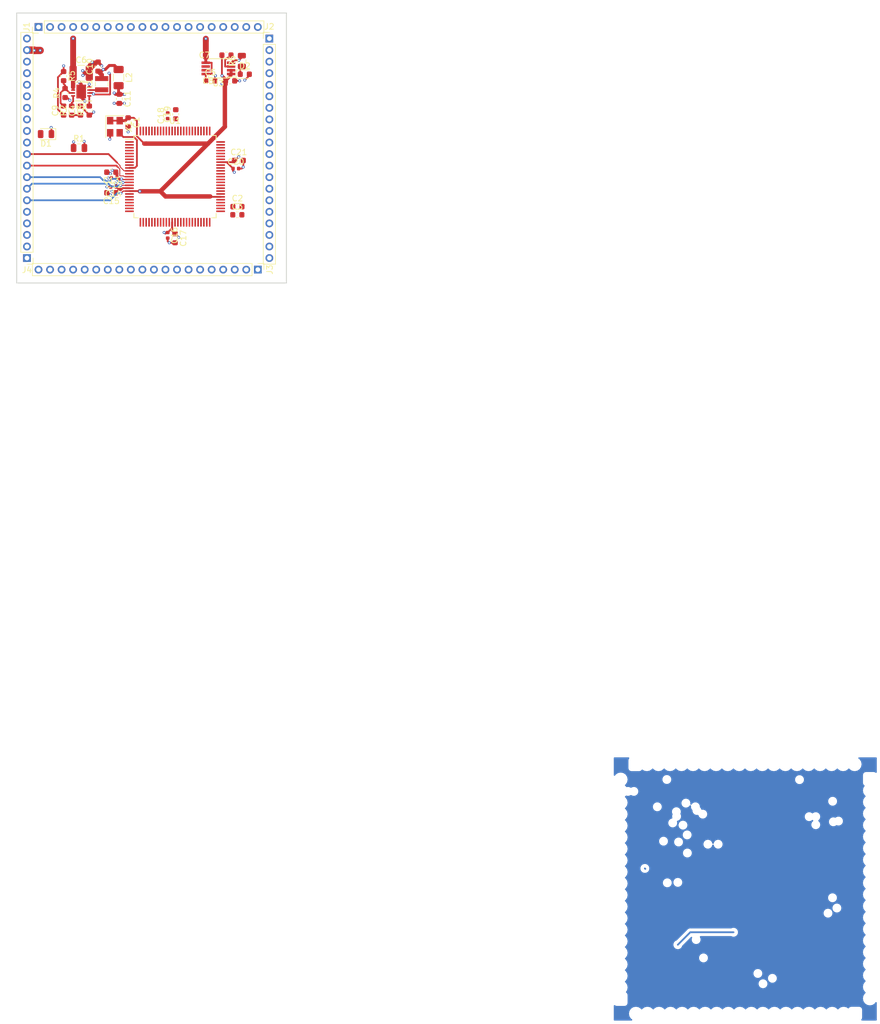
<source format=kicad_pcb>
(kicad_pcb (version 20171130) (host pcbnew 5.0.2-bee76a0~70~ubuntu18.04.1)
  (layers (0 F.Cu signal) (1 In1.Cu signal) (2 In2.Cu signal) (31 B.Cu signal) (35 F.Paste user) (37 F.SilkS user hide) (38 B.Mask user) (39 F.Mask user) (44 Edge.Cuts user))
  (net 0 "")
  (net 1 GND)
  (net 2 "Net-(C4-Pad1)")
  (net 3 "Net-(C10-Pad1)")
  (net 4 "Net-(C9-Pad2)")
  (net 5 "Net-(D1-Pad1)")
  (net 6 "Net-(D1-Pad2)")
  (net 7 "Net-(D2-Pad1)")
  (net 8 VCCIB3)
  (net 9 "Net-(J1-Pad1)")
  (net 10 "Net-(J1-Pad2)")
  (net 11 "Net-(J1-Pad3)")
  (net 12 "Net-(J1-Pad4)")
  (net 13 "Net-(J1-Pad5)")
  (net 14 "Net-(J1-Pad6)")
  (net 15 "Net-(J1-Pad7)")
  (net 16 "Net-(J1-Pad8)")
  (net 17 "Net-(J1-Pad9)")
  (net 18 "Net-(J1-Pad10)")
  (net 19 "Net-(J1-Pad11)")
  (net 20 "Net-(J1-Pad12)")
  (net 21 "Net-(J1-Pad13)")
  (net 22 "Net-(J1-Pad14)")
  (net 23 "Net-(J1-Pad15)")
  (net 24 "Net-(J1-Pad16)")
  (net 25 "Net-(J1-Pad17)")
  (net 26 "Net-(J1-Pad18)")
  (net 27 "Net-(J1-Pad19)")
  (net 28 "Net-(J1-Pad20)")
  (net 29 TMS)
  (net 30 VPUMP)
  (net 31 TDO)
  (net 32 TRST)
  (net 33 "Net-(J2-Pad15)")
  (net 34 "Net-(J2-Pad14)")
  (net 35 "Net-(J2-Pad13)")
  (net 36 "Net-(J2-Pad12)")
  (net 37 "Net-(J2-Pad11)")
  (net 38 "Net-(J2-Pad10)")
  (net 39 "Net-(J2-Pad9)")
  (net 40 "Net-(J2-Pad8)")
  (net 41 "Net-(J2-Pad7)")
  (net 42 "Net-(J2-Pad6)")
  (net 43 "Net-(J2-Pad5)")
  (net 44 "Net-(J2-Pad4)")
  (net 45 "Net-(J2-Pad3)")
  (net 46 "Net-(J2-Pad2)")
  (net 47 "Net-(J2-Pad1)")
  (net 48 TDI)
  (net 49 TCK)
  (net 50 "Net-(J3-Pad3)")
  (net 51 "Net-(J3-Pad4)")
  (net 52 "Net-(J3-Pad5)")
  (net 53 "Net-(J3-Pad6)")
  (net 54 "Net-(J3-Pad7)")
  (net 55 "Net-(J3-Pad8)")
  (net 56 "Net-(J3-Pad9)")
  (net 57 "Net-(J3-Pad10)")
  (net 58 "Net-(J3-Pad11)")
  (net 59 "Net-(J3-Pad12)")
  (net 60 "Net-(J3-Pad13)")
  (net 61 "Net-(J3-Pad14)")
  (net 62 "Net-(J3-Pad15)")
  (net 63 "Net-(J3-Pad16)")
  (net 64 "Net-(J3-Pad17)")
  (net 65 "Net-(J3-Pad18)")
  (net 66 "Net-(J3-Pad19)")
  (net 67 "Net-(J3-Pad20)")
  (net 68 +5V)
  (net 69 "Net-(J4-Pad18)")
  (net 70 GAA_IO00RSB0)
  (net 71 "Net-(J4-Pad16)")
  (net 72 "Net-(J4-Pad15)")
  (net 73 "Net-(J4-Pad14)")
  (net 74 "Net-(J4-Pad13)")
  (net 75 "Net-(J4-Pad11)")
  (net 76 "Net-(J4-Pad10)")
  (net 77 "Net-(J4-Pad9)")
  (net 78 "Net-(J4-Pad8)")
  (net 79 "Net-(J4-Pad7)")
  (net 80 "Net-(J4-Pad5)")
  (net 81 "Net-(J4-Pad4)")
  (net 82 "Net-(J4-Pad3)")
  (net 83 "Net-(J4-Pad2)")
  (net 84 "Net-(J4-Pad1)")
  (net 85 "Net-(L1-Pad1)")
  (net 86 "Net-(C11-Pad1)")
  (net 87 "Net-(R2-Pad2)")
  (net 88 "Net-(R3-Pad2)")
  (net 89 "Net-(C7-Pad2)")
  (net 90 "Net-(U3-Pad6)")
  (net 91 "Net-(U3-Pad7)")
  (net 92 "Net-(U1-Pad3)")
  (net 93 "Net-(U1-Pad53)")
  (module Capacitor_SMD:C_0603_1608Metric (layer F.Cu) (at 9.271 -25.527 90)
    (fp_text reference C4 (at 0 -1.43 90) (layer F.SilkS))
    (fp_text value 680pF)
    (pad 2 smd roundrect (at 0.7875 0 90) (size 0.875 0.95) (layers F.Cu F.Paste F.Mask) (net 1 GND))
    (pad 1 smd roundrect (at -0.7875 0 90) (size 0.875 0.95) (layers F.Cu F.Paste F.Mask) (net 2 "Net-(C4-Pad1)"))
  )
  (module Capacitor_SMD:C_0603_1608Metric (layer F.Cu) (at 6.35 -25.527 90)
    (fp_text reference C9 (at 0 -1.43 90) (layer F.SilkS))
    (fp_text value 22pF)
    (pad 1 smd roundrect (at -0.7875 0 90) (size 0.875 0.95) (layers F.Cu F.Paste F.Mask) (net 3 "Net-(C10-Pad1)"))
    (pad 2 smd roundrect (at 0.7875 0 90) (size 0.875 0.95) (layers F.Cu F.Paste F.Mask) (net 4 "Net-(C9-Pad2)"))
  )
  (module LED_SMD:LED_0805_2012Metric (layer F.Cu) (at 3.302 -21.463 180)
    (fp_text reference D1 (at 0 -1.65 180) (layer F.SilkS))
    (fp_text value LED_ALT)
    (pad 1 smd roundrect (at -0.9375 0 180) (size 0.975 1.4) (layers F.Cu F.Paste F.Mask) (net 5 "Net-(D1-Pad1)"))
    (pad 2 smd roundrect (at 0.9375 0 180) (size 0.975 1.4) (layers F.Cu F.Paste F.Mask) (net 6 "Net-(D1-Pad2)"))
  )
  (module LED_SMD:LED_0603_1608Metric (layer F.Cu) (at 37.741696 -31.820751)
    (fp_text reference D2 (at 0 -1.43) (layer F.SilkS))
    (fp_text value LED_ALT)
    (pad 1 smd roundrect (at -0.7875 0) (size 0.875 0.95) (layers F.Cu F.Paste F.Mask) (net 7 "Net-(D2-Pad1)"))
    (pad 2 smd roundrect (at 0.7875 0) (size 0.875 0.95) (layers F.Cu F.Paste F.Mask) (net 8 VCCIB3))
  )
  (module Connector_PinHeader_2.00mm:PinHeader_1x20_P2.00mm_Vertical (layer F.Cu) (at 2 -40 90)
    (fp_text reference J1 (at 0 -2.06 90) (layer F.SilkS))
    (fp_text value Conn_01x20)
    (pad 1 thru_hole rect (at 0 0 90) (size 1.35 1.35) (drill 0.8) (layers *.Cu *.Mask) (net 9 "Net-(J1-Pad1)"))
    (pad 2 thru_hole oval (at 0 2 90) (size 1.35 1.35) (drill 0.8) (layers *.Cu *.Mask) (net 10 "Net-(J1-Pad2)"))
    (pad 3 thru_hole oval (at 0 4 90) (size 1.35 1.35) (drill 0.8) (layers *.Cu *.Mask) (net 11 "Net-(J1-Pad3)"))
    (pad 4 thru_hole oval (at 0 6 90) (size 1.35 1.35) (drill 0.8) (layers *.Cu *.Mask) (net 12 "Net-(J1-Pad4)"))
    (pad 5 thru_hole oval (at 0 8 90) (size 1.35 1.35) (drill 0.8) (layers *.Cu *.Mask) (net 13 "Net-(J1-Pad5)"))
    (pad 6 thru_hole oval (at 0 10 90) (size 1.35 1.35) (drill 0.8) (layers *.Cu *.Mask) (net 14 "Net-(J1-Pad6)"))
    (pad 7 thru_hole oval (at 0 12 90) (size 1.35 1.35) (drill 0.8) (layers *.Cu *.Mask) (net 15 "Net-(J1-Pad7)"))
    (pad 8 thru_hole oval (at 0 14 90) (size 1.35 1.35) (drill 0.8) (layers *.Cu *.Mask) (net 16 "Net-(J1-Pad8)"))
    (pad 9 thru_hole oval (at 0 16 90) (size 1.35 1.35) (drill 0.8) (layers *.Cu *.Mask) (net 17 "Net-(J1-Pad9)"))
    (pad 10 thru_hole oval (at 0 18 90) (size 1.35 1.35) (drill 0.8) (layers *.Cu *.Mask) (net 18 "Net-(J1-Pad10)"))
    (pad 11 thru_hole oval (at 0 20 90) (size 1.35 1.35) (drill 0.8) (layers *.Cu *.Mask) (net 19 "Net-(J1-Pad11)"))
    (pad 12 thru_hole oval (at 0 22 90) (size 1.35 1.35) (drill 0.8) (layers *.Cu *.Mask) (net 20 "Net-(J1-Pad12)"))
    (pad 13 thru_hole oval (at 0 24 90) (size 1.35 1.35) (drill 0.8) (layers *.Cu *.Mask) (net 21 "Net-(J1-Pad13)"))
    (pad 14 thru_hole oval (at 0 26 90) (size 1.35 1.35) (drill 0.8) (layers *.Cu *.Mask) (net 22 "Net-(J1-Pad14)"))
    (pad 15 thru_hole oval (at 0 28 90) (size 1.35 1.35) (drill 0.8) (layers *.Cu *.Mask) (net 23 "Net-(J1-Pad15)"))
    (pad 16 thru_hole oval (at 0 30 90) (size 1.35 1.35) (drill 0.8) (layers *.Cu *.Mask) (net 24 "Net-(J1-Pad16)"))
    (pad 17 thru_hole oval (at 0 32 90) (size 1.35 1.35) (drill 0.8) (layers *.Cu *.Mask) (net 25 "Net-(J1-Pad17)"))
    (pad 18 thru_hole oval (at 0 34 90) (size 1.35 1.35) (drill 0.8) (layers *.Cu *.Mask) (net 26 "Net-(J1-Pad18)"))
    (pad 19 thru_hole oval (at 0 36 90) (size 1.35 1.35) (drill 0.8) (layers *.Cu *.Mask) (net 27 "Net-(J1-Pad19)"))
    (pad 20 thru_hole oval (at 0 38 90) (size 1.35 1.35) (drill 0.8) (layers *.Cu *.Mask) (net 28 "Net-(J1-Pad20)"))
  )
  (module Connector_PinHeader_2.00mm:PinHeader_1x20_P2.00mm_Vertical (layer F.Cu) (at 42 -38)
    (fp_text reference J2 (at 0 -2.06) (layer F.SilkS))
    (fp_text value Conn_01x20)
    (pad 20 thru_hole oval (at 0 38) (size 1.35 1.35) (drill 0.8) (layers *.Cu *.Mask) (net 29 TMS))
    (pad 19 thru_hole oval (at 0 36) (size 1.35 1.35) (drill 0.8) (layers *.Cu *.Mask) (net 30 VPUMP))
    (pad 18 thru_hole oval (at 0 34) (size 1.35 1.35) (drill 0.8) (layers *.Cu *.Mask) (net 31 TDO))
    (pad 17 thru_hole oval (at 0 32) (size 1.35 1.35) (drill 0.8) (layers *.Cu *.Mask) (net 32 TRST))
    (pad 16 thru_hole oval (at 0 30) (size 1.35 1.35) (drill 0.8) (layers *.Cu *.Mask) (net 8 VCCIB3))
    (pad 15 thru_hole oval (at 0 28) (size 1.35 1.35) (drill 0.8) (layers *.Cu *.Mask) (net 33 "Net-(J2-Pad15)"))
    (pad 14 thru_hole oval (at 0 26) (size 1.35 1.35) (drill 0.8) (layers *.Cu *.Mask) (net 34 "Net-(J2-Pad14)"))
    (pad 13 thru_hole oval (at 0 24) (size 1.35 1.35) (drill 0.8) (layers *.Cu *.Mask) (net 35 "Net-(J2-Pad13)"))
    (pad 12 thru_hole oval (at 0 22) (size 1.35 1.35) (drill 0.8) (layers *.Cu *.Mask) (net 36 "Net-(J2-Pad12)"))
    (pad 11 thru_hole oval (at 0 20) (size 1.35 1.35) (drill 0.8) (layers *.Cu *.Mask) (net 37 "Net-(J2-Pad11)"))
    (pad 10 thru_hole oval (at 0 18) (size 1.35 1.35) (drill 0.8) (layers *.Cu *.Mask) (net 38 "Net-(J2-Pad10)"))
    (pad 9 thru_hole oval (at 0 16) (size 1.35 1.35) (drill 0.8) (layers *.Cu *.Mask) (net 39 "Net-(J2-Pad9)"))
    (pad 8 thru_hole oval (at 0 14) (size 1.35 1.35) (drill 0.8) (layers *.Cu *.Mask) (net 40 "Net-(J2-Pad8)"))
    (pad 7 thru_hole oval (at 0 12) (size 1.35 1.35) (drill 0.8) (layers *.Cu *.Mask) (net 41 "Net-(J2-Pad7)"))
    (pad 6 thru_hole oval (at 0 10) (size 1.35 1.35) (drill 0.8) (layers *.Cu *.Mask) (net 42 "Net-(J2-Pad6)"))
    (pad 5 thru_hole oval (at 0 8) (size 1.35 1.35) (drill 0.8) (layers *.Cu *.Mask) (net 43 "Net-(J2-Pad5)"))
    (pad 4 thru_hole oval (at 0 6) (size 1.35 1.35) (drill 0.8) (layers *.Cu *.Mask) (net 44 "Net-(J2-Pad4)"))
    (pad 3 thru_hole oval (at 0 4) (size 1.35 1.35) (drill 0.8) (layers *.Cu *.Mask) (net 45 "Net-(J2-Pad3)"))
    (pad 2 thru_hole oval (at 0 2) (size 1.35 1.35) (drill 0.8) (layers *.Cu *.Mask) (net 46 "Net-(J2-Pad2)"))
    (pad 1 thru_hole rect (at 0 0) (size 1.35 1.35) (drill 0.8) (layers *.Cu *.Mask) (net 47 "Net-(J2-Pad1)"))
  )
  (module Connector_PinHeader_2.00mm:PinHeader_1x20_P2.00mm_Vertical (layer F.Cu) (at 40 2 270)
    (fp_text reference J3 (at 0 -2.06 270) (layer F.SilkS))
    (fp_text value Conn_01x20)
    (pad 1 thru_hole rect (at 0 0 270) (size 1.35 1.35) (drill 0.8) (layers *.Cu *.Mask) (net 48 TDI))
    (pad 2 thru_hole oval (at 0 2 270) (size 1.35 1.35) (drill 0.8) (layers *.Cu *.Mask) (net 49 TCK))
    (pad 3 thru_hole oval (at 0 4 270) (size 1.35 1.35) (drill 0.8) (layers *.Cu *.Mask) (net 50 "Net-(J3-Pad3)"))
    (pad 4 thru_hole oval (at 0 6 270) (size 1.35 1.35) (drill 0.8) (layers *.Cu *.Mask) (net 51 "Net-(J3-Pad4)"))
    (pad 5 thru_hole oval (at 0 8 270) (size 1.35 1.35) (drill 0.8) (layers *.Cu *.Mask) (net 52 "Net-(J3-Pad5)"))
    (pad 6 thru_hole oval (at 0 10 270) (size 1.35 1.35) (drill 0.8) (layers *.Cu *.Mask) (net 53 "Net-(J3-Pad6)"))
    (pad 7 thru_hole oval (at 0 12 270) (size 1.35 1.35) (drill 0.8) (layers *.Cu *.Mask) (net 54 "Net-(J3-Pad7)"))
    (pad 8 thru_hole oval (at 0 14 270) (size 1.35 1.35) (drill 0.8) (layers *.Cu *.Mask) (net 55 "Net-(J3-Pad8)"))
    (pad 9 thru_hole oval (at 0 16 270) (size 1.35 1.35) (drill 0.8) (layers *.Cu *.Mask) (net 56 "Net-(J3-Pad9)"))
    (pad 10 thru_hole oval (at 0 18 270) (size 1.35 1.35) (drill 0.8) (layers *.Cu *.Mask) (net 57 "Net-(J3-Pad10)"))
    (pad 11 thru_hole oval (at 0 20 270) (size 1.35 1.35) (drill 0.8) (layers *.Cu *.Mask) (net 58 "Net-(J3-Pad11)"))
    (pad 12 thru_hole oval (at 0 22 270) (size 1.35 1.35) (drill 0.8) (layers *.Cu *.Mask) (net 59 "Net-(J3-Pad12)"))
    (pad 13 thru_hole oval (at 0 24 270) (size 1.35 1.35) (drill 0.8) (layers *.Cu *.Mask) (net 60 "Net-(J3-Pad13)"))
    (pad 14 thru_hole oval (at 0 26 270) (size 1.35 1.35) (drill 0.8) (layers *.Cu *.Mask) (net 61 "Net-(J3-Pad14)"))
    (pad 15 thru_hole oval (at 0 28 270) (size 1.35 1.35) (drill 0.8) (layers *.Cu *.Mask) (net 62 "Net-(J3-Pad15)"))
    (pad 16 thru_hole oval (at 0 30 270) (size 1.35 1.35) (drill 0.8) (layers *.Cu *.Mask) (net 63 "Net-(J3-Pad16)"))
    (pad 17 thru_hole oval (at 0 32 270) (size 1.35 1.35) (drill 0.8) (layers *.Cu *.Mask) (net 64 "Net-(J3-Pad17)"))
    (pad 18 thru_hole oval (at 0 34 270) (size 1.35 1.35) (drill 0.8) (layers *.Cu *.Mask) (net 65 "Net-(J3-Pad18)"))
    (pad 19 thru_hole oval (at 0 36 270) (size 1.35 1.35) (drill 0.8) (layers *.Cu *.Mask) (net 66 "Net-(J3-Pad19)"))
    (pad 20 thru_hole oval (at 0 38 270) (size 1.35 1.35) (drill 0.8) (layers *.Cu *.Mask) (net 67 "Net-(J3-Pad20)"))
  )
  (module Connector_PinHeader_2.00mm:PinHeader_1x20_P2.00mm_Vertical (layer F.Cu) (at 0 0 180)
    (fp_text reference J4 (at 0 -2.06 180) (layer F.SilkS))
    (fp_text value Conn_01x20)
    (pad 20 thru_hole oval (at 0 38 180) (size 1.35 1.35) (drill 0.8) (layers *.Cu *.Mask) (net 68 +5V))
    (pad 19 thru_hole oval (at 0 36 180) (size 1.35 1.35) (drill 0.8) (layers *.Cu *.Mask) (net 1 GND))
    (pad 18 thru_hole oval (at 0 34 180) (size 1.35 1.35) (drill 0.8) (layers *.Cu *.Mask) (net 69 "Net-(J4-Pad18)"))
    (pad 17 thru_hole oval (at 0 32 180) (size 1.35 1.35) (drill 0.8) (layers *.Cu *.Mask) (net 70 GAA_IO00RSB0))
    (pad 16 thru_hole oval (at 0 30 180) (size 1.35 1.35) (drill 0.8) (layers *.Cu *.Mask) (net 71 "Net-(J4-Pad16)"))
    (pad 15 thru_hole oval (at 0 28 180) (size 1.35 1.35) (drill 0.8) (layers *.Cu *.Mask) (net 72 "Net-(J4-Pad15)"))
    (pad 14 thru_hole oval (at 0 26 180) (size 1.35 1.35) (drill 0.8) (layers *.Cu *.Mask) (net 73 "Net-(J4-Pad14)"))
    (pad 13 thru_hole oval (at 0 24 180) (size 1.35 1.35) (drill 0.8) (layers *.Cu *.Mask) (net 74 "Net-(J4-Pad13)"))
    (pad 12 thru_hole oval (at 0 22 180) (size 1.35 1.35) (drill 0.8) (layers *.Cu *.Mask) (net 6 "Net-(D1-Pad2)"))
    (pad 11 thru_hole oval (at 0 20 180) (size 1.35 1.35) (drill 0.8) (layers *.Cu *.Mask) (net 75 "Net-(J4-Pad11)"))
    (pad 10 thru_hole oval (at 0 18 180) (size 1.35 1.35) (drill 0.8) (layers *.Cu *.Mask) (net 76 "Net-(J4-Pad10)"))
    (pad 9 thru_hole oval (at 0 16 180) (size 1.35 1.35) (drill 0.8) (layers *.Cu *.Mask) (net 77 "Net-(J4-Pad9)"))
    (pad 8 thru_hole oval (at 0 14 180) (size 1.35 1.35) (drill 0.8) (layers *.Cu *.Mask) (net 78 "Net-(J4-Pad8)"))
    (pad 7 thru_hole oval (at 0 12 180) (size 1.35 1.35) (drill 0.8) (layers *.Cu *.Mask) (net 79 "Net-(J4-Pad7)"))
    (pad 6 thru_hole oval (at 0 10 180) (size 1.35 1.35) (drill 0.8) (layers *.Cu *.Mask) (net 8 VCCIB3))
    (pad 5 thru_hole oval (at 0 8 180) (size 1.35 1.35) (drill 0.8) (layers *.Cu *.Mask) (net 80 "Net-(J4-Pad5)"))
    (pad 4 thru_hole oval (at 0 6 180) (size 1.35 1.35) (drill 0.8) (layers *.Cu *.Mask) (net 81 "Net-(J4-Pad4)"))
    (pad 3 thru_hole oval (at 0 4 180) (size 1.35 1.35) (drill 0.8) (layers *.Cu *.Mask) (net 82 "Net-(J4-Pad3)"))
    (pad 2 thru_hole oval (at 0 2 180) (size 1.35 1.35) (drill 0.8) (layers *.Cu *.Mask) (net 83 "Net-(J4-Pad2)"))
    (pad 1 thru_hole rect (at 0 0 180) (size 1.35 1.35) (drill 0.8) (layers *.Cu *.Mask) (net 84 "Net-(J4-Pad1)"))
  )
  (module Inductor_SMD:L_Wuerth_MAPI-2512 (layer F.Cu) (at 12.954 -30.099 90)
    (fp_text reference L1 (at 0 -2.15 90) (layer F.SilkS))
    (fp_text value 2.2uH)
    (pad 1 smd rect (at -0.975 0 90) (size 0.85 2.3) (layers F.Cu F.Paste F.Mask) (net 85 "Net-(L1-Pad1)"))
    (pad 2 smd rect (at 0.975 0 90) (size 0.85 2.3) (layers F.Cu F.Paste F.Mask) (net 3 "Net-(C10-Pad1)"))
  )
  (module Inductor_SMD:L_1206_3216Metric (layer F.Cu) (at 15.875 -31.242 270)
    (fp_text reference L2 (at 0 -1.82 270) (layer F.SilkS))
    (fp_text value 6.8uH)
    (pad 1 smd roundrect (at -1.4 0 270) (size 1.25 1.75) (layers F.Cu F.Paste F.Mask) (roundrect_rratio 0.2) (net 3 "Net-(C10-Pad1)"))
    (pad 2 smd roundrect (at 1.4 0 270) (size 1.25 1.75) (layers F.Cu F.Paste F.Mask) (roundrect_rratio 0.2) (net 86 "Net-(C11-Pad1)"))
  )
  (module Resistor_SMD:R_0805_2012Metric (layer F.Cu) (at 9.017 -19.05)
    (fp_text reference R1 (at 0 -1.65) (layer F.SilkS))
    (fp_text value 200)
    (pad 2 smd roundrect (at 0.9375 0) (size 0.975 1.4) (layers F.Cu F.Paste F.Mask) (net 1 GND))
    (pad 1 smd roundrect (at -0.9375 0) (size 0.975 1.4) (layers F.Cu F.Paste F.Mask) (net 5 "Net-(D1-Pad1)"))
  )
  (module Resistor_SMD:R_0603_1608Metric (layer F.Cu) (at 7.747 -25.527 90)
    (fp_text reference R2 (at 0 -1.43 90) (layer F.SilkS))
    (fp_text value 16.9K)
    (pad 2 smd roundrect (at 0.7875 0 90) (size 0.875 0.95) (layers F.Cu F.Paste F.Mask) (net 87 "Net-(R2-Pad2)"))
    (pad 1 smd roundrect (at -0.7875 0 90) (size 0.875 0.95) (layers F.Cu F.Paste F.Mask) (net 2 "Net-(C4-Pad1)"))
  )
  (module Resistor_SMD:R_0603_1608Metric (layer F.Cu) (at 10.795 -25.527 90)
    (fp_text reference R3 (at 0 -1.43 90) (layer F.SilkS))
    (fp_text value 549K)
    (pad 1 smd roundrect (at -0.7875 0 90) (size 0.875 0.95) (layers F.Cu F.Paste F.Mask) (net 1 GND))
    (pad 2 smd roundrect (at 0.7875 0 90) (size 0.875 0.95) (layers F.Cu F.Paste F.Mask) (net 88 "Net-(R3-Pad2)"))
  )
  (module Resistor_SMD:R_0603_1608Metric (layer F.Cu) (at 6.604 -28.575 90)
    (fp_text reference R4 (at 0 -1.43 90) (layer F.SilkS))
    (fp_text value 287K)
    (pad 2 smd roundrect (at 0.7875 0 90) (size 0.875 0.95) (layers F.Cu F.Paste F.Mask) (net 4 "Net-(C9-Pad2)"))
    (pad 1 smd roundrect (at -0.7875 0 90) (size 0.875 0.95) (layers F.Cu F.Paste F.Mask) (net 1 GND))
  )
  (module Resistor_SMD:R_0603_1608Metric (layer F.Cu) (at 6.35 -31.496 270)
    (fp_text reference R5 (at 0 -1.43 270) (layer F.SilkS))
    (fp_text value 249K)
    (pad 1 smd roundrect (at -0.7875 0 270) (size 0.875 0.95) (layers F.Cu F.Paste F.Mask) (net 3 "Net-(C10-Pad1)"))
    (pad 2 smd roundrect (at 0.7875 0 270) (size 0.875 0.95) (layers F.Cu F.Paste F.Mask) (net 4 "Net-(C9-Pad2)"))
  )
  (module Resistor_SMD:R_0805_2012Metric (layer F.Cu) (at 37.233696 -34.106751 90)
    (fp_text reference R6 (at 0 -1.65 90) (layer F.SilkS))
    (fp_text value 200)
    (pad 1 smd roundrect (at -0.9375 0 90) (size 0.975 1.4) (layers F.Cu F.Paste F.Mask) (net 7 "Net-(D2-Pad1)"))
    (pad 2 smd roundrect (at 0.9375 0 90) (size 0.975 1.4) (layers F.Cu F.Paste F.Mask) (net 1 GND))
  )
  (module Package_DFN_QFN:DFN-8-1EP_3x3mm_P0.5mm_EP1.66x2.38mm (layer F.Cu) (at 9.398 -28.829 180)
    (fp_text reference U2 (at 0 -2.55 180) (layer F.SilkS))
    (fp_text value LTC3561A)
    (pad 1 smd rect (at -1.4 -0.75 180) (size 0.7 0.25) (layers F.Cu F.Paste F.Mask) (net 88 "Net-(R3-Pad2)"))
    (pad 2 smd rect (at -1.4 -0.25 180) (size 0.7 0.25) (layers F.Cu F.Paste F.Mask) (net 1 GND))
    (pad 3 smd rect (at -1.4 0.25 180) (size 0.7 0.25) (layers F.Cu F.Paste F.Mask) (net 85 "Net-(L1-Pad1)"))
    (pad 4 smd rect (at -1.4 0.75 180) (size 0.7 0.25) (layers F.Cu F.Paste F.Mask) (net 1 GND))
    (pad 5 smd rect (at 1.4 0.75 180) (size 0.7 0.25) (layers F.Cu F.Paste F.Mask) (net 68 +5V))
    (pad 6 smd rect (at 1.4 0.25 180) (size 0.7 0.25) (layers F.Cu F.Paste F.Mask) (net 68 +5V))
    (pad 7 smd rect (at 1.4 -0.25 180) (size 0.7 0.25) (layers F.Cu F.Paste F.Mask) (net 4 "Net-(C9-Pad2)"))
    (pad 8 smd rect (at 1.4 -0.75 180) (size 0.7 0.25) (layers F.Cu F.Paste F.Mask) (net 87 "Net-(R2-Pad2)"))
    (pad 9 smd rect (at 0 0 180) (size 1.66 2.38) (layers F.Cu F.Mask) (net 1 GND))
  )
  (module Package_SO:MSOP-8_3x3mm_P0.65mm (layer F.Cu) (at 33.169696 -32.836751 180)
    (fp_text reference U3 (at 0 -2.6 180) (layer F.SilkS))
    (fp_text value LT1962-3.3)
    (pad 1 smd rect (at -2.2 -0.975 180) (size 1.45 0.45) (layers F.Cu F.Paste F.Mask) (net 8 VCCIB3))
    (pad 2 smd rect (at -2.2 -0.325 180) (size 1.45 0.45) (layers F.Cu F.Paste F.Mask) (net 8 VCCIB3))
    (pad 3 smd rect (at -2.2 0.325 180) (size 1.45 0.45) (layers F.Cu F.Paste F.Mask) (net 89 "Net-(C7-Pad2)"))
    (pad 4 smd rect (at -2.2 0.975 180) (size 1.45 0.45) (layers F.Cu F.Paste F.Mask) (net 1 GND))
    (pad 5 smd rect (at 2.2 0.975 180) (size 1.45 0.45) (layers F.Cu F.Paste F.Mask) (net 68 +5V))
    (pad 6 smd rect (at 2.2 0.325 180) (size 1.45 0.45) (layers F.Cu F.Paste F.Mask) (net 90 "Net-(U3-Pad6)"))
    (pad 7 smd rect (at 2.2 -0.325 180) (size 1.45 0.45) (layers F.Cu F.Paste F.Mask) (net 91 "Net-(U3-Pad7)"))
    (pad 8 smd rect (at 2.2 -0.975 180) (size 1.45 0.45) (layers F.Cu F.Paste F.Mask) (net 68 +5V))
  )
  (module Oscillator:Oscillator_SMD_Abracon_ASE-4Pin_3.2x2.5mm (layer F.Cu) (at 15.24 -22.733 270)
    (fp_text reference X1 (at 0 -2.45 270) (layer F.SilkS))
    (fp_text value ASE-25MHz)
    (pad 1 smd rect (at -1.05 0.825 270) (size 1.3 1.1) (layers F.Cu F.Paste F.Mask) (net 8 VCCIB3))
    (pad 2 smd rect (at 1.05 0.825 270) (size 1.3 1.1) (layers F.Cu F.Paste F.Mask) (net 1 GND))
    (pad 3 smd rect (at 1.05 -0.825 270) (size 1.3 1.1) (layers F.Cu F.Paste F.Mask) (net 75 "Net-(J4-Pad11)"))
    (pad 4 smd rect (at -1.05 -0.825 270) (size 1.3 1.1) (layers F.Cu F.Paste F.Mask) (net 8 VCCIB3))
  )
  (module Package_QFP:LQFP-100_14x14mm_P0.5mm (layer F.Cu) (at 25.654 -14.097)
    (fp_text reference U1 (at 0 -9.65) (layer F.SilkS))
    (fp_text value A3P250)
    (pad 1 smd rect (at -7.9 -6) (size 1.5 0.28) (layers F.Cu F.Paste F.Mask) (net 1 GND))
    (pad 2 smd rect (at -7.9 -5.5) (size 1.5 0.28) (layers F.Cu F.Paste F.Mask) (net 69 "Net-(J4-Pad18)"))
    (pad 3 smd rect (at -7.9 -5) (size 1.5 0.28) (layers F.Cu F.Paste F.Mask) (net 92 "Net-(U1-Pad3)"))
    (pad 4 smd rect (at -7.9 -4.5) (size 1.5 0.28) (layers F.Cu F.Paste F.Mask) (net 71 "Net-(J4-Pad16)"))
    (pad 5 smd rect (at -7.9 -4) (size 1.5 0.28) (layers F.Cu F.Paste F.Mask) (net 72 "Net-(J4-Pad15)"))
    (pad 6 smd rect (at -7.9 -3.5) (size 1.5 0.28) (layers F.Cu F.Paste F.Mask) (net 73 "Net-(J4-Pad14)"))
    (pad 7 smd rect (at -7.9 -3) (size 1.5 0.28) (layers F.Cu F.Paste F.Mask) (net 74 "Net-(J4-Pad13)"))
    (pad 8 smd rect (at -7.9 -2.5) (size 1.5 0.28) (layers F.Cu F.Paste F.Mask) (net 6 "Net-(D1-Pad2)"))
    (pad 9 smd rect (at -7.9 -2) (size 1.5 0.28) (layers F.Cu F.Paste F.Mask) (net 1 GND))
    (pad 10 smd rect (at -7.9 -1.5) (size 1.5 0.28) (layers F.Cu F.Paste F.Mask) (net 75 "Net-(J4-Pad11)"))
    (pad 11 smd rect (at -7.9 -1) (size 1.5 0.28) (layers F.Cu F.Paste F.Mask) (net 76 "Net-(J4-Pad10)"))
    (pad 12 smd rect (at -7.9 -0.5) (size 1.5 0.28) (layers F.Cu F.Paste F.Mask) (net 1 GND))
    (pad 13 smd rect (at -7.9 0) (size 1.5 0.28) (layers F.Cu F.Paste F.Mask) (net 77 "Net-(J4-Pad9)"))
    (pad 14 smd rect (at -7.9 0.5) (size 1.5 0.28) (layers F.Cu F.Paste F.Mask) (net 86 "Net-(C11-Pad1)"))
    (pad 15 smd rect (at -7.9 1) (size 1.5 0.28) (layers F.Cu F.Paste F.Mask) (net 78 "Net-(J4-Pad8)"))
    (pad 16 smd rect (at -7.9 1.5) (size 1.5 0.28) (layers F.Cu F.Paste F.Mask) (net 79 "Net-(J4-Pad7)"))
    (pad 17 smd rect (at -7.9 2) (size 1.5 0.28) (layers F.Cu F.Paste F.Mask) (net 3 "Net-(C10-Pad1)"))
    (pad 18 smd rect (at -7.9 2.5) (size 1.5 0.28) (layers F.Cu F.Paste F.Mask) (net 8 VCCIB3))
    (pad 19 smd rect (at -7.9 3) (size 1.5 0.28) (layers F.Cu F.Paste F.Mask) (net 80 "Net-(J4-Pad5)"))
    (pad 20 smd rect (at -7.9 3.5) (size 1.5 0.28) (layers F.Cu F.Paste F.Mask) (net 81 "Net-(J4-Pad4)"))
    (pad 21 smd rect (at -7.9 4) (size 1.5 0.28) (layers F.Cu F.Paste F.Mask) (net 82 "Net-(J4-Pad3)"))
    (pad 22 smd rect (at -7.9 4.5) (size 1.5 0.28) (layers F.Cu F.Paste F.Mask) (net 83 "Net-(J4-Pad2)"))
    (pad 23 smd rect (at -7.9 5) (size 1.5 0.28) (layers F.Cu F.Paste F.Mask) (net 84 "Net-(J4-Pad1)"))
    (pad 24 smd rect (at -7.9 5.5) (size 1.5 0.28) (layers F.Cu F.Paste F.Mask) (net 1 GND))
    (pad 25 smd rect (at -7.9 6) (size 1.5 0.28) (layers F.Cu F.Paste F.Mask) (net 1 GND))
    (pad 26 smd rect (at -6 7.9 90) (size 1.5 0.28) (layers F.Cu F.Paste F.Mask) (net 67 "Net-(J3-Pad20)"))
    (pad 27 smd rect (at -5.5 7.9 90) (size 1.5 0.28) (layers F.Cu F.Paste F.Mask) (net 66 "Net-(J3-Pad19)"))
    (pad 28 smd rect (at -5 7.9 90) (size 1.5 0.28) (layers F.Cu F.Paste F.Mask) (net 65 "Net-(J3-Pad18)"))
    (pad 29 smd rect (at -4.5 7.9 90) (size 1.5 0.28) (layers F.Cu F.Paste F.Mask) (net 64 "Net-(J3-Pad17)"))
    (pad 30 smd rect (at -4 7.9 90) (size 1.5 0.28) (layers F.Cu F.Paste F.Mask) (net 63 "Net-(J3-Pad16)"))
    (pad 31 smd rect (at -3.5 7.9 90) (size 1.5 0.28) (layers F.Cu F.Paste F.Mask) (net 62 "Net-(J3-Pad15)"))
    (pad 32 smd rect (at -3 7.9 90) (size 1.5 0.28) (layers F.Cu F.Paste F.Mask) (net 61 "Net-(J3-Pad14)"))
    (pad 33 smd rect (at -2.5 7.9 90) (size 1.5 0.28) (layers F.Cu F.Paste F.Mask) (net 60 "Net-(J3-Pad13)"))
    (pad 34 smd rect (at -2 7.9 90) (size 1.5 0.28) (layers F.Cu F.Paste F.Mask) (net 59 "Net-(J3-Pad12)"))
    (pad 35 smd rect (at -1.5 7.9 90) (size 1.5 0.28) (layers F.Cu F.Paste F.Mask) (net 58 "Net-(J3-Pad11)"))
    (pad 36 smd rect (at -1 7.9 90) (size 1.5 0.28) (layers F.Cu F.Paste F.Mask) (net 57 "Net-(J3-Pad10)"))
    (pad 37 smd rect (at -0.5 7.9 90) (size 1.5 0.28) (layers F.Cu F.Paste F.Mask) (net 3 "Net-(C10-Pad1)"))
    (pad 38 smd rect (at 0 7.9 90) (size 1.5 0.28) (layers F.Cu F.Paste F.Mask) (net 1 GND))
    (pad 39 smd rect (at 0.5 7.9 90) (size 1.5 0.28) (layers F.Cu F.Paste F.Mask) (net 56 "Net-(J3-Pad9)"))
    (pad 40 smd rect (at 1 7.9 90) (size 1.5 0.28) (layers F.Cu F.Paste F.Mask) (net 55 "Net-(J3-Pad8)"))
    (pad 41 smd rect (at 1.5 7.9 90) (size 1.5 0.28) (layers F.Cu F.Paste F.Mask) (net 54 "Net-(J3-Pad7)"))
    (pad 42 smd rect (at 2 7.9 90) (size 1.5 0.28) (layers F.Cu F.Paste F.Mask) (net 53 "Net-(J3-Pad6)"))
    (pad 43 smd rect (at 2.5 7.9 90) (size 1.5 0.28) (layers F.Cu F.Paste F.Mask) (net 52 "Net-(J3-Pad5)"))
    (pad 44 smd rect (at 3 7.9 90) (size 1.5 0.28) (layers F.Cu F.Paste F.Mask) (net 51 "Net-(J3-Pad4)"))
    (pad 45 smd rect (at 3.5 7.9 90) (size 1.5 0.28) (layers F.Cu F.Paste F.Mask) (net 50 "Net-(J3-Pad3)"))
    (pad 46 smd rect (at 4 7.9 90) (size 1.5 0.28) (layers F.Cu F.Paste F.Mask) (net 1 GND))
    (pad 47 smd rect (at 4.5 7.9 90) (size 1.5 0.28) (layers F.Cu F.Paste F.Mask) (net 49 TCK))
    (pad 48 smd rect (at 5 7.9 90) (size 1.5 0.28) (layers F.Cu F.Paste F.Mask) (net 48 TDI))
    (pad 49 smd rect (at 5.5 7.9 90) (size 1.5 0.28) (layers F.Cu F.Paste F.Mask) (net 29 TMS))
    (pad 50 smd rect (at 6 7.9 90) (size 1.5 0.28) (layers F.Cu F.Paste F.Mask) (net 1 GND))
    (pad 51 smd rect (at 7.9 6) (size 1.5 0.28) (layers F.Cu F.Paste F.Mask) (net 1 GND))
    (pad 52 smd rect (at 7.9 5.5) (size 1.5 0.28) (layers F.Cu F.Paste F.Mask) (net 30 VPUMP))
    (pad 53 smd rect (at 7.9 5) (size 1.5 0.28) (layers F.Cu F.Paste F.Mask) (net 93 "Net-(U1-Pad53)"))
    (pad 54 smd rect (at 7.9 4.5) (size 1.5 0.28) (layers F.Cu F.Paste F.Mask) (net 31 TDO))
    (pad 55 smd rect (at 7.9 4) (size 1.5 0.28) (layers F.Cu F.Paste F.Mask) (net 32 TRST))
    (pad 56 smd rect (at 7.9 3.5) (size 1.5 0.28) (layers F.Cu F.Paste F.Mask) (net 8 VCCIB3))
    (pad 57 smd rect (at 7.9 3) (size 1.5 0.28) (layers F.Cu F.Paste F.Mask) (net 33 "Net-(J2-Pad15)"))
    (pad 58 smd rect (at 7.9 2.5) (size 1.5 0.28) (layers F.Cu F.Paste F.Mask) (net 34 "Net-(J2-Pad14)"))
    (pad 59 smd rect (at 7.9 2) (size 1.5 0.28) (layers F.Cu F.Paste F.Mask) (net 35 "Net-(J2-Pad13)"))
    (pad 60 smd rect (at 7.9 1.5) (size 1.5 0.28) (layers F.Cu F.Paste F.Mask) (net 36 "Net-(J2-Pad12)"))
    (pad 61 smd rect (at 7.9 1) (size 1.5 0.28) (layers F.Cu F.Paste F.Mask) (net 37 "Net-(J2-Pad11)"))
    (pad 62 smd rect (at 7.9 0.5) (size 1.5 0.28) (layers F.Cu F.Paste F.Mask) (net 38 "Net-(J2-Pad10)"))
    (pad 63 smd rect (at 7.9 0) (size 1.5 0.28) (layers F.Cu F.Paste F.Mask) (net 39 "Net-(J2-Pad9)"))
    (pad 64 smd rect (at 7.9 -0.5) (size 1.5 0.28) (layers F.Cu F.Paste F.Mask) (net 40 "Net-(J2-Pad8)"))
    (pad 65 smd rect (at 7.9 -1) (size 1.5 0.28) (layers F.Cu F.Paste F.Mask) (net 41 "Net-(J2-Pad7)"))
    (pad 66 smd rect (at 7.9 -1.5) (size 1.5 0.28) (layers F.Cu F.Paste F.Mask) (net 42 "Net-(J2-Pad6)"))
    (pad 67 smd rect (at 7.9 -2) (size 1.5 0.28) (layers F.Cu F.Paste F.Mask) (net 1 GND))
    (pad 68 smd rect (at 7.9 -2.5) (size 1.5 0.28) (layers F.Cu F.Paste F.Mask) (net 3 "Net-(C10-Pad1)"))
    (pad 69 smd rect (at 7.9 -3) (size 1.5 0.28) (layers F.Cu F.Paste F.Mask) (net 43 "Net-(J2-Pad5)"))
    (pad 70 smd rect (at 7.9 -3.5) (size 1.5 0.28) (layers F.Cu F.Paste F.Mask) (net 44 "Net-(J2-Pad4)"))
    (pad 71 smd rect (at 7.9 -4) (size 1.5 0.28) (layers F.Cu F.Paste F.Mask) (net 45 "Net-(J2-Pad3)"))
    (pad 72 smd rect (at 7.9 -4.5) (size 1.5 0.28) (layers F.Cu F.Paste F.Mask) (net 46 "Net-(J2-Pad2)"))
    (pad 73 smd rect (at 7.9 -5) (size 1.5 0.28) (layers F.Cu F.Paste F.Mask) (net 47 "Net-(J2-Pad1)"))
    (pad 74 smd rect (at 7.9 -5.5) (size 1.5 0.28) (layers F.Cu F.Paste F.Mask) (net 1 GND))
    (pad 75 smd rect (at 7.9 -6) (size 1.5 0.28) (layers F.Cu F.Paste F.Mask) (net 1 GND))
    (pad 76 smd rect (at 6 -7.9 90) (size 1.5 0.28) (layers F.Cu F.Paste F.Mask) (net 28 "Net-(J1-Pad20)"))
    (pad 77 smd rect (at 5.5 -7.9 90) (size 1.5 0.28) (layers F.Cu F.Paste F.Mask) (net 27 "Net-(J1-Pad19)"))
    (pad 78 smd rect (at 5 -7.9 90) (size 1.5 0.28) (layers F.Cu F.Paste F.Mask) (net 26 "Net-(J1-Pad18)"))
    (pad 79 smd rect (at 4.5 -7.9 90) (size 1.5 0.28) (layers F.Cu F.Paste F.Mask) (net 25 "Net-(J1-Pad17)"))
    (pad 80 smd rect (at 4 -7.9 90) (size 1.5 0.28) (layers F.Cu F.Paste F.Mask) (net 24 "Net-(J1-Pad16)"))
    (pad 81 smd rect (at 3.5 -7.9 90) (size 1.5 0.28) (layers F.Cu F.Paste F.Mask) (net 23 "Net-(J1-Pad15)"))
    (pad 82 smd rect (at 3 -7.9 90) (size 1.5 0.28) (layers F.Cu F.Paste F.Mask) (net 22 "Net-(J1-Pad14)"))
    (pad 83 smd rect (at 2.5 -7.9 90) (size 1.5 0.28) (layers F.Cu F.Paste F.Mask) (net 21 "Net-(J1-Pad13)"))
    (pad 84 smd rect (at 2 -7.9 90) (size 1.5 0.28) (layers F.Cu F.Paste F.Mask) (net 20 "Net-(J1-Pad12)"))
    (pad 85 smd rect (at 1.5 -7.9 90) (size 1.5 0.28) (layers F.Cu F.Paste F.Mask) (net 19 "Net-(J1-Pad11)"))
    (pad 86 smd rect (at 1 -7.9 90) (size 1.5 0.28) (layers F.Cu F.Paste F.Mask) (net 18 "Net-(J1-Pad10)"))
    (pad 87 smd rect (at 0.5 -7.9 90) (size 1.5 0.28) (layers F.Cu F.Paste F.Mask) (net 17 "Net-(J1-Pad9)"))
    (pad 88 smd rect (at 0 -7.9 90) (size 1.5 0.28) (layers F.Cu F.Paste F.Mask) (net 1 GND))
    (pad 89 smd rect (at -0.5 -7.9 90) (size 1.5 0.28) (layers F.Cu F.Paste F.Mask) (net 3 "Net-(C10-Pad1)"))
    (pad 90 smd rect (at -1 -7.9 90) (size 1.5 0.28) (layers F.Cu F.Paste F.Mask) (net 16 "Net-(J1-Pad8)"))
    (pad 91 smd rect (at -1.5 -7.9 90) (size 1.5 0.28) (layers F.Cu F.Paste F.Mask) (net 15 "Net-(J1-Pad7)"))
    (pad 92 smd rect (at -2 -7.9 90) (size 1.5 0.28) (layers F.Cu F.Paste F.Mask) (net 14 "Net-(J1-Pad6)"))
    (pad 93 smd rect (at -2.5 -7.9 90) (size 1.5 0.28) (layers F.Cu F.Paste F.Mask) (net 13 "Net-(J1-Pad5)"))
    (pad 94 smd rect (at -3 -7.9 90) (size 1.5 0.28) (layers F.Cu F.Paste F.Mask) (net 12 "Net-(J1-Pad4)"))
    (pad 95 smd rect (at -3.5 -7.9 90) (size 1.5 0.28) (layers F.Cu F.Paste F.Mask) (net 11 "Net-(J1-Pad3)"))
    (pad 96 smd rect (at -4 -7.9 90) (size 1.5 0.28) (layers F.Cu F.Paste F.Mask) (net 10 "Net-(J1-Pad2)"))
    (pad 97 smd rect (at -4.5 -7.9 90) (size 1.5 0.28) (layers F.Cu F.Paste F.Mask) (net 9 "Net-(J1-Pad1)"))
    (pad 98 smd rect (at -5 -7.9 90) (size 1.5 0.28) (layers F.Cu F.Paste F.Mask) (net 70 GAA_IO00RSB0))
    (pad 99 smd rect (at -5.5 -7.9 90) (size 1.5 0.28) (layers F.Cu F.Paste F.Mask) (net 1 GND))
    (pad 100 smd rect (at -6 -7.9 90) (size 1.5 0.28) (layers F.Cu F.Paste F.Mask) (net 1 GND))
  )
  (module Capacitor_SMD:C_0603_1608Metric (layer F.Cu) (at 17.526 -23.495 270)
    (fp_text reference C1 (at 0 -1.43 270) (layer F.SilkS))
    (fp_text value 0.01uF)
    (pad 2 smd roundrect (at 0.7875 0 270) (size 0.875 0.95) (layers F.Cu F.Paste F.Mask) (net 1 GND))
    (pad 1 smd roundrect (at -0.7875 0 270) (size 0.875 0.95) (layers F.Cu F.Paste F.Mask) (net 8 VCCIB3))
  )
  (module Capacitor_SMD:C_0603_1608Metric (layer F.Cu) (at 36.468001 -8.896999)
    (fp_text reference C2 (at 0 -1.43) (layer F.SilkS))
    (fp_text value 0.33uF)
    (pad 1 smd roundrect (at -0.7875 0) (size 0.875 0.95) (layers F.Cu F.Paste F.Mask) (net 30 VPUMP))
    (pad 2 smd roundrect (at 0.7875 0) (size 0.875 0.95) (layers F.Cu F.Paste F.Mask) (net 1 GND))
  )
  (module Capacitor_SMD:C_0603_1608Metric (layer F.Cu) (at 36.449 -7.493)
    (fp_text reference C3 (at 0 -1.43) (layer F.SilkS))
    (fp_text value 0.01uF)
    (pad 2 smd roundrect (at 0.7875 0) (size 0.875 0.95) (layers F.Cu F.Paste F.Mask) (net 1 GND))
    (pad 1 smd roundrect (at -0.7875 0) (size 0.875 0.95) (layers F.Cu F.Paste F.Mask) (net 30 VPUMP))
  )
  (module Capacitor_SMD:C_0603_1608Metric (layer F.Cu) (at 31.772696 -30.677751)
    (fp_text reference C5 (at 0 -1.43) (layer F.SilkS))
    (fp_text value 1uF)
    (pad 1 smd roundrect (at -0.7875 0) (size 0.875 0.95) (layers F.Cu F.Paste F.Mask) (net 68 +5V))
    (pad 2 smd roundrect (at 0.7875 0) (size 0.875 0.95) (layers F.Cu F.Paste F.Mask) (net 1 GND))
  )
  (module Capacitor_SMD:C_1210_3225Metric (layer F.Cu) (at 9.398 -32.004)
    (fp_text reference C6 (at 0 -2.28) (layer F.SilkS))
    (fp_text value 22uF)
    (pad 1 smd roundrect (at -1.4 0) (size 1.25 2.65) (layers F.Cu F.Paste F.Mask) (roundrect_rratio 0.2) (net 68 +5V))
    (pad 2 smd roundrect (at 1.4 0) (size 1.25 2.65) (layers F.Cu F.Paste F.Mask) (roundrect_rratio 0.2) (net 1 GND))
  )
  (module Capacitor_SMD:C_0603_1608Metric (layer F.Cu) (at 34.566696 -35.122751)
    (fp_text reference C7 (at -3.81 0) (layer F.SilkS))
    (fp_text value 0.01uF)
    (pad 2 smd roundrect (at 0.7875 0) (size 0.875 0.95) (layers F.Cu F.Paste F.Mask) (net 89 "Net-(C7-Pad2)"))
    (pad 1 smd roundrect (at -0.7875 0) (size 0.875 0.95) (layers F.Cu F.Paste F.Mask) (net 8 VCCIB3))
  )
  (module Capacitor_SMD:C_0603_1608Metric (layer F.Cu) (at 35.201696 -30.677751)
    (fp_text reference C8 (at -3.81 0) (layer F.SilkS))
    (fp_text value 10uF)
    (pad 1 smd roundrect (at -0.7875 0) (size 0.875 0.95) (layers F.Cu F.Paste F.Mask) (net 8 VCCIB3))
    (pad 2 smd roundrect (at 0.7875 0) (size 0.875 0.95) (layers F.Cu F.Paste F.Mask) (net 1 GND))
  )
  (module Capacitor_SMD:C_0603_1608Metric (layer F.Cu) (at 12.319 -33.147 90)
    (fp_text reference C10 (at 0 -1.43 90) (layer F.SilkS))
    (fp_text value 10uF)
    (pad 1 smd roundrect (at -0.7875 0 90) (size 0.875 0.95) (layers F.Cu F.Paste F.Mask) (net 3 "Net-(C10-Pad1)"))
    (pad 2 smd roundrect (at 0.7875 0 90) (size 0.875 0.95) (layers F.Cu F.Paste F.Mask) (net 1 GND))
  )
  (module Capacitor_SMD:C_0603_1608Metric (layer F.Cu) (at 16.002 -27.559 270)
    (fp_text reference C11 (at 0 -1.43 270) (layer F.SilkS))
    (fp_text value 10uF)
    (pad 2 smd roundrect (at 0.7875 0 270) (size 0.875 0.95) (layers F.Cu F.Paste F.Mask) (net 1 GND))
    (pad 1 smd roundrect (at -0.7875 0 270) (size 0.875 0.95) (layers F.Cu F.Paste F.Mask) (net 86 "Net-(C11-Pad1)"))
  )
  (module Capacitor_SMD:C_0402_1005Metric (layer F.Cu) (at 15.113 -13.843 180)
    (fp_text reference C12 (at 0 -1.17 180) (layer F.SilkS))
    (fp_text value .1uF)
    (pad 1 smd roundrect (at -0.485 0 180) (size 0.59 0.64) (layers F.Cu F.Paste F.Mask) (net 86 "Net-(C11-Pad1)"))
    (pad 2 smd roundrect (at 0.485 0 180) (size 0.59 0.64) (layers F.Cu F.Paste F.Mask) (net 1 GND))
  )
  (module Capacitor_SMD:C_0603_1608Metric (layer F.Cu) (at 14.605 -14.859 180)
    (fp_text reference C13 (at 0 -1.43 180) (layer F.SilkS))
    (fp_text value 0.01uF)
    (pad 1 smd roundrect (at -0.7875 0 180) (size 0.875 0.95) (layers F.Cu F.Paste F.Mask) (net 86 "Net-(C11-Pad1)"))
    (pad 2 smd roundrect (at 0.7875 0 180) (size 0.875 0.95) (layers F.Cu F.Paste F.Mask) (net 1 GND))
  )
  (module Capacitor_SMD:C_0402_1005Metric (layer F.Cu) (at 14.986 -12.319 180)
    (fp_text reference C14 (at 0 -1.17 180) (layer F.SilkS))
    (fp_text value .1uF)
    (pad 2 smd roundrect (at 0.485 0 180) (size 0.59 0.64) (layers F.Cu F.Paste F.Mask) (net 1 GND))
    (pad 1 smd roundrect (at -0.485 0 180) (size 0.59 0.64) (layers F.Cu F.Paste F.Mask) (net 3 "Net-(C10-Pad1)"))
  )
  (module Capacitor_SMD:C_0603_1608Metric (layer F.Cu) (at 14.605 -11.303 180)
    (fp_text reference C15 (at 0 -1.43 180) (layer F.SilkS))
    (fp_text value 0.01uF)
    (pad 1 smd roundrect (at -0.7875 0 180) (size 0.875 0.95) (layers F.Cu F.Paste F.Mask) (net 3 "Net-(C10-Pad1)"))
    (pad 2 smd roundrect (at 0.7875 0 180) (size 0.875 0.95) (layers F.Cu F.Paste F.Mask) (net 1 GND))
  )
  (module Capacitor_SMD:C_0402_1005Metric (layer F.Cu) (at 24.384 -3.937 270)
    (fp_text reference C16 (at 0 -1.17 270) (layer F.SilkS))
    (fp_text value .1uF)
    (pad 1 smd roundrect (at -0.485 0 270) (size 0.59 0.64) (layers F.Cu F.Paste F.Mask) (net 3 "Net-(C10-Pad1)"))
    (pad 2 smd roundrect (at 0.485 0 270) (size 0.59 0.64) (layers F.Cu F.Paste F.Mask) (net 1 GND))
  )
  (module Capacitor_SMD:C_0603_1608Metric (layer F.Cu) (at 25.654 -3.429 270)
    (fp_text reference C17 (at 0 -1.43 270) (layer F.SilkS))
    (fp_text value 0.01uF)
    (pad 2 smd roundrect (at 0.7875 0 270) (size 0.875 0.95) (layers F.Cu F.Paste F.Mask) (net 1 GND))
    (pad 1 smd roundrect (at -0.7875 0 270) (size 0.875 0.95) (layers F.Cu F.Paste F.Mask) (net 3 "Net-(C10-Pad1)"))
  )
  (module Capacitor_SMD:C_0402_1005Metric (layer F.Cu) (at 24.384 -24.638 90)
    (fp_text reference C18 (at 0 -1.17 90) (layer F.SilkS))
    (fp_text value .1uF)
    (pad 2 smd roundrect (at 0.485 0 90) (size 0.59 0.64) (layers F.Cu F.Paste F.Mask) (net 1 GND))
    (pad 1 smd roundrect (at -0.485 0 90) (size 0.59 0.64) (layers F.Cu F.Paste F.Mask) (net 3 "Net-(C10-Pad1)"))
  )
  (module Capacitor_SMD:C_0603_1608Metric (layer F.Cu) (at 25.781 -24.892 90)
    (fp_text reference C19 (at 0 -1.43 90) (layer F.SilkS))
    (fp_text value 0.01uF)
    (pad 2 smd roundrect (at 0.7875 0 90) (size 0.875 0.95) (layers F.Cu F.Paste F.Mask) (net 1 GND))
    (pad 1 smd roundrect (at -0.7875 0 90) (size 0.875 0.95) (layers F.Cu F.Paste F.Mask) (net 3 "Net-(C10-Pad1)"))
  )
  (module Capacitor_SMD:C_0402_1005Metric (layer F.Cu) (at 36.195 -15.494)
    (fp_text reference C20 (at 0 -1.17) (layer F.SilkS))
    (fp_text value .1uF)
    (pad 1 smd roundrect (at -0.485 0) (size 0.59 0.64) (layers F.Cu F.Paste F.Mask) (net 3 "Net-(C10-Pad1)"))
    (pad 2 smd roundrect (at 0.485 0) (size 0.59 0.64) (layers F.Cu F.Paste F.Mask) (net 1 GND))
  )
  (module Capacitor_SMD:C_0603_1608Metric (layer F.Cu) (at 36.703 -16.891)
    (fp_text reference C21 (at 0 -1.43) (layer F.SilkS))
    (fp_text value 0.01uF)
    (pad 1 smd roundrect (at -0.7875 0) (size 0.875 0.95) (layers F.Cu F.Paste F.Mask) (net 3 "Net-(C10-Pad1)"))
    (pad 2 smd roundrect (at 0.7875 0) (size 0.875 0.95) (layers F.Cu F.Paste F.Mask) (net 1 GND))
  )
  (gr_line (start 44.958 -42.418) (end -1.778 -42.418) (layer Edge.Cuts) (width 0.15))
  (gr_line (start 44.958 4.318) (end 44.958 -42.418) (layer Edge.Cuts) (width 0.15))
  (gr_line (start -1.778 4.318) (end 44.958 4.318) (layer Edge.Cuts) (width 0.15))
  (gr_line (start -1.778 -42.418) (end -1.778 4.318) (layer Edge.Cuts) (width 0.15))
  (segment (start 25.654 -2.6415) (end 24.6635 -2.6415) (width 0.3048) (layer F.Cu) (net 1))
  (via (at 24.6635 -2.6415) (size 0.508) (drill 0.254) (layers F.Cu B.Cu) (net 1))
  (segment (start 24.384 -2.921) (end 24.6635 -2.6415) (width 0.3048) (layer F.Cu) (net 1))
  (segment (start 24.384 -3.452) (end 24.384 -2.921) (width 0.3048) (layer F.Cu) (net 1))
  (via (at 37.465 -15.748) (size 0.508) (drill 0.254) (layers F.Cu B.Cu) (net 1))
  (segment (start 37.4905 -16.891) (end 37.4905 -15.7735) (width 0.3048) (layer F.Cu) (net 1))
  (segment (start 37.4905 -15.7735) (end 37.465 -15.748) (width 0.3048) (layer F.Cu) (net 1))
  (segment (start 37.211 -15.494) (end 37.465 -15.748) (width 0.3048) (layer F.Cu) (net 1))
  (segment (start 36.68 -15.494) (end 37.211 -15.494) (width 0.3048) (layer F.Cu) (net 1))
  (segment (start 10.073 -32.004) (end 9.652 -32.425) (width 0.508) (layer F.Cu) (net 1))
  (segment (start 10.798 -32.004) (end 10.073 -32.004) (width 0.508) (layer F.Cu) (net 1))
  (via (at 9.652 -32.425) (size 0.508) (drill 0.254) (layers F.Cu B.Cu) (net 1))
  (segment (start 10.073 -32.004) (end 9.692 -31.623) (width 0.508) (layer F.Cu) (net 1))
  (via (at 9.692 -31.623) (size 0.508) (drill 0.254) (layers F.Cu B.Cu) (net 1))
  (segment (start 10.798 -32.4135) (end 12.319 -33.9345) (width 0.508) (layer F.Cu) (net 1))
  (segment (start 10.798 -32.004) (end 10.798 -32.4135) (width 0.508) (layer F.Cu) (net 1))
  (via (at 9.017 -30.48) (size 0.508) (drill 0.254) (layers F.Cu B.Cu) (net 1))
  (segment (start 9.398 -28.829) (end 9.398 -30.099) (width 0.508) (layer F.Cu) (net 1))
  (segment (start 9.398 -30.099) (end 9.017 -30.48) (width 0.508) (layer F.Cu) (net 1))
  (via (at 10.033 -27.178) (size 0.508) (drill 0.254) (layers F.Cu B.Cu) (net 1))
  (segment (start 9.398 -28.829) (end 9.398 -27.813) (width 0.508) (layer F.Cu) (net 1))
  (segment (start 9.398 -27.813) (end 10.033 -27.178) (width 0.508) (layer F.Cu) (net 1))
  (via (at 11.303 -33.909) (size 0.508) (drill 0.254) (layers F.Cu B.Cu) (net 1))
  (segment (start 12.319 -33.9345) (end 11.3285 -33.9345) (width 0.508) (layer F.Cu) (net 1))
  (segment (start 11.3285 -33.9345) (end 11.303 -33.909) (width 0.508) (layer F.Cu) (net 1))
  (via (at 12.954 -33.274) (size 0.508) (drill 0.254) (layers F.Cu B.Cu) (net 1))
  (segment (start 12.319 -33.9345) (end 12.319 -33.909) (width 0.508) (layer F.Cu) (net 1))
  (segment (start 12.319 -33.909) (end 12.954 -33.274) (width 0.508) (layer F.Cu) (net 1))
  (segment (start 10.798 -33.404) (end 11.303 -33.909) (width 0.508) (layer F.Cu) (net 1))
  (segment (start 10.798 -32.004) (end 10.798 -33.404) (width 0.508) (layer F.Cu) (net 1))
  (segment (start 10.798 -33.429) (end 11.024 -33.655) (width 0.508) (layer F.Cu) (net 1))
  (segment (start 10.798 -32.004) (end 10.798 -33.429) (width 0.508) (layer F.Cu) (net 1))
  (segment (start 11.024 -33.655) (end 11.684 -33.655) (width 0.508) (layer F.Cu) (net 1))
  (via (at 10.795 -30.099) (size 0.508) (drill 0.254) (layers F.Cu B.Cu) (net 1))
  (segment (start 10.798 -29.579) (end 10.798 -30.096) (width 0.3048) (layer F.Cu) (net 1))
  (segment (start 10.798 -30.096) (end 10.795 -30.099) (width 0.3048) (layer F.Cu) (net 1))
  (via (at 11.518948 -28.409332) (size 0.508) (drill 0.254) (layers F.Cu B.Cu) (net 1))
  (segment (start 10.798 -28.579) (end 11.34928 -28.579) (width 0.3048) (layer F.Cu) (net 1))
  (segment (start 11.34928 -28.579) (end 11.518948 -28.409332) (width 0.3048) (layer F.Cu) (net 1))
  (segment (start 11.545026 -28.409332) (end 11.633358 -28.321) (width 0.3048) (layer F.Cu) (net 1))
  (segment (start 11.518948 -28.409332) (end 11.545026 -28.409332) (width 0.3048) (layer F.Cu) (net 1))
  (segment (start 10.795 -24.7905) (end 9.271 -26.3145) (width 0.3048) (layer F.Cu) (net 1))
  (segment (start 10.795 -24.7395) (end 10.795 -24.7905) (width 0.3048) (layer F.Cu) (net 1))
  (via (at 7.425968 -27.321232) (size 0.508) (drill 0.254) (layers F.Cu B.Cu) (net 1))
  (segment (start 6.604 -27.7875) (end 6.9597 -27.7875) (width 0.3048) (layer F.Cu) (net 1))
  (segment (start 6.9597 -27.7875) (end 7.425968 -27.321232) (width 0.3048) (layer F.Cu) (net 1))
  (segment (start 10.795 -24.7395) (end 11.0235 -24.7395) (width 0.3048) (layer F.Cu) (net 1))
  (via (at 11.557 -25.273) (size 0.508) (drill 0.254) (layers F.Cu B.Cu) (net 1))
  (segment (start 11.0235 -24.7395) (end 11.557 -25.273) (width 0.3048) (layer F.Cu) (net 1))
  (via (at 32.661696 -31.566751) (size 0.508) (drill 0.254) (layers F.Cu B.Cu) (net 1))
  (segment (start 32.560196 -30.677751) (end 32.560196 -31.465251) (width 0.3048) (layer F.Cu) (net 1))
  (segment (start 32.560196 -31.465251) (end 32.661696 -31.566751) (width 0.3048) (layer F.Cu) (net 1))
  (via (at 36.852696 -30.677751) (size 0.508) (drill 0.254) (layers F.Cu B.Cu) (net 1))
  (segment (start 35.989196 -30.677751) (end 36.852696 -30.677751) (width 0.3048) (layer F.Cu) (net 1))
  (segment (start 37.233696 -35.044251) (end 37.233696 -34.741751) (width 0.3048) (layer F.Cu) (net 1))
  (via (at 36.725696 -34.233751) (size 0.508) (drill 0.254) (layers F.Cu B.Cu) (net 1))
  (segment (start 37.233696 -34.741751) (end 36.725696 -34.233751) (width 0.3048) (layer F.Cu) (net 1))
  (segment (start 35.791696 -34.233751) (end 35.369696 -33.811751) (width 0.3048) (layer F.Cu) (net 1))
  (segment (start 36.725696 -34.233751) (end 35.791696 -34.233751) (width 0.3048) (layer F.Cu) (net 1))
  (via (at 15.113 -26.797) (size 0.508) (drill 0.254) (layers F.Cu B.Cu) (net 1))
  (segment (start 16.002 -26.7715) (end 15.1385 -26.7715) (width 0.3048) (layer F.Cu) (net 1))
  (segment (start 15.1385 -26.7715) (end 15.113 -26.797) (width 0.3048) (layer F.Cu) (net 1))
  (via (at 16.891 -26.797) (size 0.508) (drill 0.254) (layers F.Cu B.Cu) (net 1))
  (segment (start 16.002 -26.7715) (end 16.8655 -26.7715) (width 0.3048) (layer F.Cu) (net 1))
  (segment (start 16.8655 -26.7715) (end 16.891 -26.797) (width 0.3048) (layer F.Cu) (net 1))
  (via (at 1.27 -35.941) (size 0.508) (drill 0.254) (layers F.Cu B.Cu) (net 1))
  (segment (start 0 -36) (end 1.211 -36) (width 1.27) (layer F.Cu) (net 1))
  (segment (start 1.211 -36) (end 1.27 -35.941) (width 1.27) (layer F.Cu) (net 1))
  (segment (start 1.27 -35.941) (end 2.286 -35.941) (width 1.27) (layer F.Cu) (net 1))
  (via (at 2.286 -35.941) (size 0.508) (drill 0.254) (layers F.Cu B.Cu) (net 1))
  (via (at 9.906 -20.193) (size 0.508) (drill 0.254) (layers F.Cu B.Cu) (net 1))
  (segment (start 9.9545 -19.05) (end 9.9545 -20.1445) (width 0.3048) (layer F.Cu) (net 1))
  (segment (start 9.9545 -20.1445) (end 9.906 -20.193) (width 0.3048) (layer F.Cu) (net 1))
  (segment (start 11.633358 -28.321) (end 14.351 -28.321) (width 0.3048) (layer F.Cu) (net 1))
  (segment (start 14.408801 -28.378801) (end 14.408801 -31.819199) (width 0.3048) (layer F.Cu) (net 1))
  (segment (start 14.351 -28.321) (end 14.408801 -28.378801) (width 0.3048) (layer F.Cu) (net 1))
  (via (at 14.224 -32.004) (size 0.508) (drill 0.254) (layers F.Cu B.Cu) (net 1))
  (segment (start 14.408801 -31.819199) (end 14.224 -32.004) (width 0.3048) (layer F.Cu) (net 1))
  (via (at 17.526 -21.844) (size 0.508) (drill 0.254) (layers F.Cu B.Cu) (net 1))
  (segment (start 17.526 -22.7075) (end 17.526 -21.844) (width 0.3048) (layer F.Cu) (net 1))
  (via (at 14.351 -20.574) (size 0.508) (drill 0.254) (layers F.Cu B.Cu) (net 1))
  (segment (start 14.415 -21.683) (end 14.415 -20.638) (width 0.3048) (layer F.Cu) (net 1))
  (segment (start 14.415 -20.638) (end 14.351 -20.574) (width 0.3048) (layer F.Cu) (net 1))
  (via (at 14.478 -10.922) (size 0.508) (drill 0.254) (layers F.Cu B.Cu) (net 1))
  (segment (start 13.8175 -11.303) (end 14.097 -11.303) (width 0.3048) (layer F.Cu) (net 1))
  (segment (start 14.097 -11.303) (end 14.478 -10.922) (width 0.3048) (layer F.Cu) (net 1))
  (via (at 13.843 -12.319) (size 0.508) (drill 0.254) (layers F.Cu B.Cu) (net 1))
  (segment (start 14.501 -12.319) (end 13.843 -12.319) (width 0.3048) (layer F.Cu) (net 1))
  (via (at 14.478 -14.605) (size 0.508) (drill 0.254) (layers F.Cu B.Cu) (net 1))
  (segment (start 13.8175 -14.859) (end 14.224 -14.859) (width 0.3048) (layer F.Cu) (net 1))
  (segment (start 14.224 -14.859) (end 14.478 -14.605) (width 0.3048) (layer F.Cu) (net 1))
  (via (at 14.097 -13.843) (size 0.508) (drill 0.254) (layers F.Cu B.Cu) (net 1))
  (segment (start 14.628 -13.843) (end 14.097 -13.843) (width 0.3048) (layer F.Cu) (net 1))
  (segment (start 9.271 -24.7395) (end 7.747 -24.7395) (width 0.3048) (layer F.Cu) (net 2))
  (segment (start 25.154 -4.7165) (end 25.654 -4.2165) (width 0.3048) (layer F.Cu) (net 3))
  (segment (start 25.154 -6.197) (end 25.154 -4.7165) (width 0.3048) (layer F.Cu) (net 3))
  (segment (start 25.154 -5.192) (end 24.384 -4.422) (width 0.3048) (layer F.Cu) (net 3))
  (segment (start 25.154 -6.197) (end 25.154 -5.192) (width 0.3048) (layer F.Cu) (net 3))
  (segment (start 25.654 -4.2165) (end 26.289 -3.5815) (width 0.3048) (layer F.Cu) (net 3))
  (via (at 26.289 -3.5815) (size 0.508) (drill 0.254) (layers F.Cu B.Cu) (net 3))
  (segment (start 24.384 -4.422) (end 23.772 -4.422) (width 0.3048) (layer F.Cu) (net 3))
  (via (at 23.772 -4.422) (size 0.508) (drill 0.254) (layers F.Cu B.Cu) (net 3))
  (segment (start 23.772 -4.422) (end 23.9775 -4.2165) (width 0.3048) (layer F.Cu) (net 3))
  (segment (start 35.6215 -16.597) (end 35.9155 -16.891) (width 0.3048) (layer F.Cu) (net 3))
  (segment (start 33.554 -16.597) (end 35.6215 -16.597) (width 0.3048) (layer F.Cu) (net 3))
  (segment (start 34.607 -16.597) (end 35.71 -15.494) (width 0.3048) (layer F.Cu) (net 3))
  (segment (start 33.554 -16.597) (end 34.607 -16.597) (width 0.3048) (layer F.Cu) (net 3))
  (via (at 36.703 -17.526) (size 0.508) (drill 0.254) (layers F.Cu B.Cu) (net 3))
  (segment (start 35.9155 -16.891) (end 36.068 -16.891) (width 0.3048) (layer F.Cu) (net 3))
  (segment (start 36.068 -16.891) (end 36.703 -17.526) (width 0.3048) (layer F.Cu) (net 3))
  (segment (start 35.71 -15.074) (end 35.925 -14.859) (width 0.3048) (layer F.Cu) (net 3))
  (segment (start 35.71 -15.494) (end 35.71 -15.074) (width 0.3048) (layer F.Cu) (net 3))
  (via (at 35.925 -14.859) (size 0.508) (drill 0.254) (layers F.Cu B.Cu) (net 3))
  (segment (start 12.954 -31.7245) (end 12.319 -32.3595) (width 0.762) (layer F.Cu) (net 3))
  (segment (start 12.954 -31.074) (end 12.954 -31.7245) (width 0.762) (layer F.Cu) (net 3))
  (via (at 13.208 -32.639) (size 0.508) (drill 0.254) (layers F.Cu B.Cu) (net 3))
  (segment (start 12.319 -32.3595) (end 12.9285 -32.3595) (width 0.508) (layer F.Cu) (net 3))
  (segment (start 12.9285 -32.3595) (end 13.208 -32.639) (width 0.508) (layer F.Cu) (net 3))
  (segment (start 5.888388 -31.821888) (end 6.35 -32.2835) (width 0.3048) (layer F.Cu) (net 3))
  (segment (start 5.36698 -31.30048) (end 5.888388 -31.821888) (width 0.3048) (layer F.Cu) (net 3))
  (segment (start 5.36698 -25.72252) (end 5.36698 -31.30048) (width 0.3048) (layer F.Cu) (net 3))
  (segment (start 6.35 -24.7395) (end 5.36698 -25.72252) (width 0.3048) (layer F.Cu) (net 3))
  (via (at 6.35 -33.274) (size 0.508) (drill 0.254) (layers F.Cu B.Cu) (net 3))
  (segment (start 6.35 -32.2835) (end 6.35 -33.274) (width 0.3048) (layer F.Cu) (net 3))
  (segment (start 15.621 -32.896) (end 15.875 -32.642) (width 0.3048) (layer F.Cu) (net 3))
  (segment (start 15.17929 -33.33771) (end 15.875 -32.642) (width 0.508) (layer F.Cu) (net 3))
  (segment (start 14.26592 -33.33771) (end 15.17929 -33.33771) (width 0.508) (layer F.Cu) (net 3))
  (segment (start 13.56721 -32.639) (end 14.26592 -33.33771) (width 0.508) (layer F.Cu) (net 3))
  (segment (start 13.208 -32.639) (end 13.56721 -32.639) (width 0.508) (layer F.Cu) (net 3))
  (segment (start 16.279719 -11.764612) (end 15.854112 -11.764612) (width 0.3048) (layer F.Cu) (net 3))
  (segment (start 15.854112 -11.764612) (end 15.3925 -11.303) (width 0.3048) (layer F.Cu) (net 3))
  (segment (start 16.612107 -12.097) (end 16.279719 -11.764612) (width 0.3048) (layer F.Cu) (net 3))
  (segment (start 17.754 -12.097) (end 16.612107 -12.097) (width 0.3048) (layer F.Cu) (net 3))
  (segment (start 15.805168 -11.984832) (end 15.471 -12.319) (width 0.3048) (layer F.Cu) (net 3))
  (segment (start 16.499939 -11.984832) (end 15.805168 -11.984832) (width 0.3048) (layer F.Cu) (net 3))
  (segment (start 16.612107 -12.097) (end 16.499939 -11.984832) (width 0.3048) (layer F.Cu) (net 3))
  (via (at 15.367 -12.954) (size 0.508) (drill 0.254) (layers F.Cu B.Cu) (net 3))
  (segment (start 15.471 -12.319) (end 15.471 -12.85) (width 0.3048) (layer F.Cu) (net 3))
  (segment (start 15.471 -12.85) (end 15.367 -12.954) (width 0.3048) (layer F.Cu) (net 3))
  (via (at 14.732 -11.557) (size 0.508) (drill 0.254) (layers F.Cu B.Cu) (net 3))
  (segment (start 15.3925 -11.303) (end 14.986 -11.303) (width 0.3048) (layer F.Cu) (net 3))
  (segment (start 14.986 -11.303) (end 14.732 -11.557) (width 0.3048) (layer F.Cu) (net 3))
  (segment (start 7.3875 -28.579) (end 6.604 -29.3625) (width 0.3048) (layer F.Cu) (net 4))
  (segment (start 7.998 -28.579) (end 7.3875 -28.579) (width 0.3048) (layer F.Cu) (net 4))
  (segment (start 6.604 -29.3625) (end 6.604 -29.9) (width 0.3048) (layer F.Cu) (net 4))
  (segment (start 6.35 -30.154) (end 6.35 -30.7085) (width 0.3048) (layer F.Cu) (net 4))
  (segment (start 6.604 -29.9) (end 6.35 -30.154) (width 0.3048) (layer F.Cu) (net 4))
  (segment (start 6.142388 -28.900888) (end 6.604 -29.3625) (width 0.3048) (layer F.Cu) (net 4))
  (segment (start 5.82419 -28.58269) (end 6.142388 -28.900888) (width 0.3048) (layer F.Cu) (net 4))
  (segment (start 5.82419 -26.84031) (end 5.82419 -28.58269) (width 0.3048) (layer F.Cu) (net 4))
  (segment (start 6.35 -26.3145) (end 5.82419 -26.84031) (width 0.3048) (layer F.Cu) (net 4))
  (via (at 4.191 -22.606) (size 0.508) (drill 0.254) (layers F.Cu B.Cu) (net 5))
  (segment (start 4.2395 -21.463) (end 4.2395 -22.5575) (width 0.3048) (layer F.Cu) (net 5))
  (segment (start 4.2395 -22.5575) (end 4.191 -22.606) (width 0.3048) (layer F.Cu) (net 5))
  (segment (start 8.0795 -19.05) (end 8.0795 -20.1145) (width 0.3048) (layer F.Cu) (net 5))
  (via (at 8.0795 -20.1145) (size 0.508) (drill 0.254) (layers F.Cu B.Cu) (net 5))
  (segment (start 107.1395 105.7425) (end 107.061 105.664) (width 0.3048) (layer B.Cu) (net 5))
  (segment (start 2.3355 -21.492) (end 2.3645 -21.463) (width 0.3048) (layer F.Cu) (net 6))
  (segment (start 36.954196 -32.889751) (end 37.233696 -33.169251) (width 0.3048) (layer F.Cu) (net 7))
  (segment (start 36.954196 -31.820751) (end 36.954196 -32.889751) (width 0.3048) (layer F.Cu) (net 7))
  (segment (start 35.369696 -31.861751) (end 35.369696 -31.633251) (width 0.3048) (layer F.Cu) (net 8))
  (via (at 37.741696 -30.804751) (size 0.508) (drill 0.254) (layers F.Cu B.Cu) (net 8))
  (segment (start 38.529196 -31.820751) (end 38.529196 -31.592251) (width 0.3048) (layer F.Cu) (net 8))
  (segment (start 38.529196 -31.592251) (end 37.741696 -30.804751) (width 0.3048) (layer F.Cu) (net 8))
  (segment (start 34.414196 -30.677751) (end 34.414196 -30.957251) (width 0.508) (layer F.Cu) (net 8))
  (via (at 33.804696 -31.566751) (size 0.508) (drill 0.254) (layers F.Cu B.Cu) (net 8))
  (segment (start 34.414196 -30.957251) (end 33.804696 -31.566751) (width 0.508) (layer F.Cu) (net 8))
  (via (at 33.804696 -30.169751) (size 0.508) (drill 0.254) (layers F.Cu B.Cu) (net 8))
  (segment (start 34.414196 -30.677751) (end 34.312696 -30.677751) (width 0.508) (layer F.Cu) (net 8))
  (segment (start 34.312696 -30.677751) (end 33.804696 -30.169751) (width 0.508) (layer F.Cu) (net 8))
  (segment (start 35.201696 -31.465251) (end 34.414196 -30.677751) (width 0.508) (layer F.Cu) (net 8))
  (segment (start 35.369696 -31.633251) (end 35.201696 -31.465251) (width 0.3048) (layer F.Cu) (net 8))
  (segment (start 35.369696 -32.511751) (end 35.369696 -31.633251) (width 0.508) (layer F.Cu) (net 8))
  (segment (start 33.779196 -31.592251) (end 33.804696 -31.566751) (width 0.3048) (layer F.Cu) (net 8))
  (segment (start 33.779196 -35.122751) (end 33.779196 -31.592251) (width 0.3048) (layer F.Cu) (net 8))
  (segment (start 34.414196 -30.102751) (end 34.29 -29.978555) (width 0.762) (layer F.Cu) (net 8))
  (segment (start 34.414196 -30.677751) (end 34.414196 -30.102751) (width 0.762) (layer F.Cu) (net 8))
  (segment (start 34.29 -29.978555) (end 34.29 -22.733) (width 0.762) (layer F.Cu) (net 8))
  (segment (start 34.29 -22.733) (end 32.639 -21.082) (width 0.762) (layer F.Cu) (net 8))
  (segment (start 32.639 -21.082) (end 31.369 -19.812) (width 0.762) (layer F.Cu) (net 8))
  (segment (start 31.369 -19.812) (end 23.114 -11.557) (width 0.762) (layer F.Cu) (net 8))
  (segment (start 23.114 -11.557) (end 19.558 -11.557) (width 0.762) (layer F.Cu) (net 8))
  (segment (start 23.114 -11.557) (end 24.003 -10.668) (width 0.762) (layer F.Cu) (net 8))
  (segment (start 24.003 -10.668) (end 31.75 -10.668) (width 0.762) (layer F.Cu) (net 8))
  (segment (start 31.821 -10.597) (end 33.554 -10.597) (width 0.3048) (layer F.Cu) (net 8))
  (segment (start 31.75 -10.668) (end 31.821 -10.597) (width 0.3048) (layer F.Cu) (net 8))
  (segment (start 19.518 -11.597) (end 17.754 -11.597) (width 0.3048) (layer F.Cu) (net 8))
  (segment (start 19.558 -11.557) (end 19.518 -11.597) (width 0.3048) (layer F.Cu) (net 8))
  (via (at 19.558 -11.557) (size 0.508) (drill 0.254) (layers F.Cu B.Cu) (net 8))
  (segment (start 122.428 116.713) (end 114.935 116.713) (width 0.3048) (layer B.Cu) (net 8))
  (segment (start 114.935 116.713) (end 112.776 118.872) (width 0.3048) (layer B.Cu) (net 8))
  (segment (start 16.065 -23.783) (end 14.415 -23.783) (width 0.3048) (layer F.Cu) (net 8))
  (segment (start 31.369 -19.812) (end 20.701 -19.812) (width 0.762) (layer F.Cu) (net 8))
  (segment (start 20.701 -19.812) (end 20.574 -19.812) (width 0.762) (layer F.Cu) (net 8))
  (segment (start 20.701 -19.812) (end 20.32 -19.812) (width 0.762) (layer F.Cu) (net 8))
  (segment (start 18.5165 -24.2825) (end 17.526 -24.2825) (width 0.3048) (layer F.Cu) (net 8))
  (segment (start 19.05 -23.749) (end 18.5165 -24.2825) (width 0.3048) (layer F.Cu) (net 8))
  (segment (start 19.812 -20.32) (end 19.05 -21.082) (width 0.3048) (layer F.Cu) (net 8))
  (segment (start 19.05 -21.082) (end 19.05 -23.749) (width 0.3048) (layer F.Cu) (net 8))
  (segment (start 19.812 -20.32) (end 20.32 -19.812) (width 0.3048) (layer F.Cu) (net 8))
  (segment (start 16.065 -23.783) (end 16.163 -23.783) (width 0.3048) (layer F.Cu) (net 8))
  (segment (start 17.0265 -23.783) (end 17.526 -24.2825) (width 0.508) (layer F.Cu) (net 8))
  (segment (start 16.065 -23.783) (end 17.0265 -23.783) (width 0.508) (layer F.Cu) (net 8))
  (segment (start 16.295669 -11.205812) (end 16.256 -11.205812) (width 0.2032) (layer F.Cu) (net 8))
  (segment (start 17.754 -11.597) (end 16.686857 -11.597) (width 0.2032) (layer F.Cu) (net 8))
  (via (at 16.256 -11.205812) (size 0.508) (drill 0.254) (layers F.Cu B.Cu) (net 8))
  (segment (start 16.686857 -11.597) (end 16.295669 -11.205812) (width 0.2032) (layer F.Cu) (net 8))
  (segment (start 0.954594 -10) (end 0 -10) (width 0.3048) (layer B.Cu) (net 8))
  (segment (start 14.383026 -10) (end 0.954594 -10) (width 0.3048) (layer B.Cu) (net 8))
  (segment (start 15.588838 -11.205812) (end 14.383026 -10) (width 0.3048) (layer B.Cu) (net 8))
  (segment (start 16.256 -11.205812) (end 15.588838 -11.205812) (width 0.3048) (layer B.Cu) (net 8))
  (segment (start 7.998 -29.079) (end 7.998 -32.004) (width 0.3048) (layer F.Cu) (net 68))
  (segment (start 7.998 -29.579) (end 7.998 -32.004) (width 0.762) (layer F.Cu) (net 68))
  (segment (start 31.999497 -33.81175) (end 31.999496 -31.861751) (width 0.3048) (layer F.Cu) (net 68))
  (segment (start 31.999496 -31.861751) (end 30.969696 -31.861751) (width 0.3048) (layer F.Cu) (net 68))
  (segment (start 30.969696 -33.811751) (end 31.999497 -33.81175) (width 0.3048) (layer F.Cu) (net 68))
  (segment (start 30.969696 -30.693251) (end 30.985196 -30.677751) (width 0.3048) (layer F.Cu) (net 68))
  (segment (start 30.969696 -31.861751) (end 30.969696 -30.693251) (width 0.3048) (layer F.Cu) (net 68))
  (via (at 30.988 -37.973) (size 0.508) (drill 0.254) (layers F.Cu B.Cu) (net 68))
  (via (at 8.001 -38) (size 0.508) (drill 0.254) (layers F.Cu B.Cu) (net 68))
  (segment (start 7.998 -37.997) (end 8.001 -38) (width 1.016) (layer F.Cu) (net 68))
  (segment (start 7.998 -32.004) (end 7.998 -37.997) (width 1.016) (layer F.Cu) (net 68))
  (segment (start 30.988 -37.973) (end 30.988 -37.61379) (width 1.016) (layer F.Cu) (net 68))
  (segment (start 30.988 -37.61379) (end 30.988 -34.798) (width 1.016) (layer F.Cu) (net 68))
  (segment (start 30.988 -34.798) (end 30.988 -34.036) (width 0.508) (layer F.Cu) (net 68))
  (segment (start 16.065 -21.583) (end 16.693 -20.955) (width 0.3048) (layer F.Cu) (net 75))
  (segment (start 16.065 -21.683) (end 16.065 -21.583) (width 0.3048) (layer F.Cu) (net 75))
  (segment (start 18.530408 -20.955) (end 19.05 -20.435408) (width 0.3048) (layer F.Cu) (net 75))
  (segment (start 16.693 -20.955) (end 18.530408 -20.955) (width 0.3048) (layer F.Cu) (net 75))
  (segment (start 17.778 -15.621) (end 17.754 -15.597) (width 0.3048) (layer F.Cu) (net 75))
  (segment (start 18.716642 -15.621) (end 17.778 -15.621) (width 0.3048) (layer F.Cu) (net 75))
  (segment (start 19.05 -15.954358) (end 18.716642 -15.621) (width 0.3048) (layer F.Cu) (net 75))
  (segment (start 19.05 -20.435408) (end 19.05 -15.954358) (width 0.3048) (layer F.Cu) (net 75))
  (segment (start 16.830066 -15.097) (end 16.129 -15.798066) (width 0.1524) (layer F.Cu) (net 76))
  (segment (start 17.754 -15.097) (end 16.830066 -15.097) (width 0.1524) (layer F.Cu) (net 76))
  (segment (start 16.129 -15.798066) (end 16.129 -16.002) (width 0.1524) (layer F.Cu) (net 76))
  (segment (start 16.129 -16.002) (end 15.748 -16.383) (width 0.1524) (layer F.Cu) (net 76))
  (segment (start 15.748 -16.383) (end 15.621 -16.51) (width 0.1524) (layer F.Cu) (net 76))
  (segment (start 14.131 -18) (end 0 -18) (width 0.3048) (layer F.Cu) (net 76))
  (segment (start 15.621 -16.51) (end 14.131 -18) (width 0.3048) (layer F.Cu) (net 76))
  (segment (start 16.8516 -14.097) (end 16.7246 -14.224) (width 0.1524) (layer F.Cu) (net 77))
  (segment (start 17.754 -14.097) (end 16.8516 -14.097) (width 0.1524) (layer F.Cu) (net 77))
  (segment (start 16.129 -14.224) (end 16.08061 -14.27239) (width 0.1524) (layer F.Cu) (net 77))
  (segment (start 16.7246 -14.224) (end 16.129 -14.224) (width 0.1524) (layer F.Cu) (net 77))
  (segment (start 16.08061 -14.27239) (end 16.08061 -15.41539) (width 0.1524) (layer F.Cu) (net 77))
  (segment (start 16.08061 -15.41539) (end 15.748 -15.748) (width 0.1524) (layer F.Cu) (net 77))
  (segment (start 15.496 -16) (end 0 -16) (width 0.3048) (layer F.Cu) (net 77))
  (segment (start 15.748 -15.748) (end 15.496 -16) (width 0.3048) (layer F.Cu) (net 77))
  (via (at 16.637 -13.081) (size 0.508) (drill 0.254) (layers F.Cu B.Cu) (net 78))
  (segment (start 17.754 -13.097) (end 16.653 -13.097) (width 0.1524) (layer F.Cu) (net 78))
  (segment (start 16.653 -13.097) (end 16.637 -13.081) (width 0.1524) (layer F.Cu) (net 78))
  (segment (start 15.432026 -13.716) (end 14.78322 -13.716) (width 0.3048) (layer B.Cu) (net 78))
  (segment (start 16.036547 -13.111479) (end 15.432026 -13.716) (width 0.3048) (layer B.Cu) (net 78))
  (segment (start 16.637 -13.081) (end 16.606521 -13.111479) (width 0.3048) (layer B.Cu) (net 78))
  (segment (start 16.606521 -13.111479) (end 16.036547 -13.111479) (width 0.3048) (layer B.Cu) (net 78))
  (segment (start 14.78322 -13.716) (end 14.40222 -13.335) (width 0.2032) (layer B.Cu) (net 78))
  (segment (start 14.40222 -13.335) (end 13.716 -13.335) (width 0.2032) (layer B.Cu) (net 78))
  (segment (start 13.716 -13.335) (end 13.589 -13.462) (width 0.2032) (layer B.Cu) (net 78))
  (segment (start 13.589 -13.462) (end 13.208 -13.462) (width 0.3048) (layer B.Cu) (net 78))
  (segment (start 12.67 -14) (end 0 -14) (width 0.3048) (layer B.Cu) (net 78))
  (segment (start 13.208 -13.462) (end 12.67 -14) (width 0.3048) (layer B.Cu) (net 78))
  (via (at 16.240759 -12.552678) (size 0.508) (drill 0.254) (layers F.Cu B.Cu) (net 79))
  (segment (start 17.754 -12.597) (end 16.285081 -12.597) (width 0.1524) (layer F.Cu) (net 79))
  (segment (start 16.285081 -12.597) (end 16.240759 -12.552678) (width 0.1524) (layer F.Cu) (net 79))
  (segment (start 0.877801 -12.877801) (end 0 -12) (width 0.3048) (layer B.Cu) (net 79))
  (segment (start 14.111225 -12.877801) (end 0.877801 -12.877801) (width 0.3048) (layer B.Cu) (net 79))
  (segment (start 14.593827 -12.395199) (end 14.111225 -12.877801) (width 0.3048) (layer B.Cu) (net 79))
  (segment (start 16.240759 -12.552678) (end 15.792704 -12.552678) (width 0.3048) (layer B.Cu) (net 79))
  (segment (start 15.635225 -12.395199) (end 14.593827 -12.395199) (width 0.3048) (layer B.Cu) (net 79))
  (segment (start 15.792704 -12.552678) (end 15.635225 -12.395199) (width 0.3048) (layer B.Cu) (net 79))
  (segment (start 12.909 -29.079) (end 12.954 -29.124) (width 0.3048) (layer F.Cu) (net 85))
  (segment (start 10.798 -29.079) (end 12.909 -29.079) (width 0.3048) (layer F.Cu) (net 85))
  (segment (start 15.875 -28.4735) (end 16.002 -28.3465) (width 0.508) (layer F.Cu) (net 86))
  (segment (start 15.875 -29.842) (end 15.875 -28.4735) (width 0.508) (layer F.Cu) (net 86))
  (segment (start 16.002 -28.3465) (end 16.8655 -28.3465) (width 0.508) (layer F.Cu) (net 86))
  (via (at 16.891 -28.321) (size 0.508) (drill 0.254) (layers F.Cu B.Cu) (net 86))
  (segment (start 16.8655 -28.3465) (end 16.891 -28.321) (width 0.508) (layer F.Cu) (net 86))
  (segment (start 16.002 -28.3465) (end 15.3415 -28.3465) (width 0.508) (layer F.Cu) (net 86))
  (via (at 15.113 -28.575) (size 0.508) (drill 0.254) (layers F.Cu B.Cu) (net 86))
  (segment (start 15.3415 -28.3465) (end 15.113 -28.575) (width 0.508) (layer F.Cu) (net 86))
  (segment (start 17.754 -13.597) (end 16.416341 -13.597) (width 0.2032) (layer F.Cu) (net 86))
  (segment (start 15.769319 -13.671681) (end 15.598 -13.843) (width 0.508) (layer F.Cu) (net 86))
  (segment (start 16.34166 -13.671681) (end 15.769319 -13.671681) (width 0.508) (layer F.Cu) (net 86))
  (segment (start 15.598 -14.6535) (end 15.3925 -14.859) (width 0.508) (layer F.Cu) (net 86))
  (segment (start 15.598 -13.843) (end 15.598 -14.6535) (width 0.508) (layer F.Cu) (net 86))
  (segment (start 15.3925 -14.859) (end 15.113 -14.859) (width 0.3048) (layer F.Cu) (net 86))
  (via (at 16.377336 -13.688211) (size 0.508) (drill 0.254) (layers F.Cu B.Cu) (net 86))
  (segment (start 16.416341 -13.597) (end 16.377336 -13.688211) (width 0.2032) (layer F.Cu) (net 86))
  (segment (start 16.377336 -13.688211) (end 16.34166 -13.671681) (width 0.2032) (layer F.Cu) (net 86))
  (via (at 14.77334 -15.195681) (size 0.508) (drill 0.254) (layers F.Cu B.Cu) (net 86))
  (segment (start 15.055819 -15.195681) (end 15.3925 -14.859) (width 0.3048) (layer F.Cu) (net 86))
  (segment (start 14.77334 -15.195681) (end 15.055819 -15.195681) (width 0.3048) (layer F.Cu) (net 86))
  (segment (start 7.747 -26.852) (end 8.001 -27.106) (width 0.3048) (layer F.Cu) (net 87))
  (segment (start 7.747 -26.3145) (end 7.747 -26.852) (width 0.3048) (layer F.Cu) (net 87))
  (segment (start 8.001 -27.106) (end 8.001 -27.94) (width 0.3048) (layer F.Cu) (net 87))
  (segment (start 10.798 -26.3175) (end 10.795 -26.3145) (width 0.3048) (layer F.Cu) (net 88))
  (segment (start 10.798 -28.079) (end 10.798 -26.3175) (width 0.3048) (layer F.Cu) (net 88))
  (segment (start 34.339896 -33.161751) (end 35.369696 -33.161751) (width 0.3048) (layer F.Cu) (net 89))
  (segment (start 34.339895 -34.280592) (end 34.339896 -33.161751) (width 0.3048) (layer F.Cu) (net 89))
  (segment (start 34.892584 -34.661139) (end 34.720442 -34.661139) (width 0.3048) (layer F.Cu) (net 89))
  (segment (start 34.720442 -34.661139) (end 34.339895 -34.280592) (width 0.3048) (layer F.Cu) (net 89))
  (segment (start 35.354196 -35.122751) (end 34.892584 -34.661139) (width 0.3048) (layer F.Cu) (net 89))
  (zone (net 86) (net_name "Net-(C11-Pad1)") (layer B.Cu) (connect_pads (clearance 0.508)) (min_thickness 0.254) (fill yes (arc_segments 16) (thermal_gap 0.508) (thermal_bridge_width 0.508))
    (polygon (pts (xy 101.092 85.852) (xy 147.828 85.852) (xy 147.828 132.588) (xy 101.092 132.588)))
  )
)
</source>
